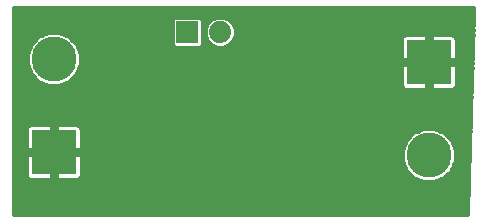
<source format=gbl>
G75*
%MOIN*%
%OFA0B0*%
%FSLAX25Y25*%
%IPPOS*%
%LPD*%
%AMOC8*
5,1,8,0,0,1.08239X$1,22.5*
%
%ADD10R,0.15000X0.15000*%
%ADD11C,0.15000*%
%ADD12R,0.07400X0.07400*%
%ADD13C,0.07400*%
%ADD14C,0.01600*%
D10*
X0063250Y0029700D03*
X0188250Y0059700D03*
D11*
X0188250Y0028653D03*
X0063250Y0060747D03*
D12*
X0107750Y0069700D03*
D13*
X0118750Y0069700D03*
D14*
X0050034Y0077876D02*
X0050034Y0008984D01*
X0200969Y0008984D01*
X0203191Y0077876D01*
X0050034Y0077876D01*
X0050034Y0076837D02*
X0203158Y0076837D01*
X0203106Y0075239D02*
X0050034Y0075239D01*
X0050034Y0073640D02*
X0102541Y0073640D01*
X0102541Y0074025D02*
X0102541Y0065375D01*
X0103425Y0064491D01*
X0112075Y0064491D01*
X0112959Y0065375D01*
X0112959Y0074025D01*
X0112075Y0074909D01*
X0103425Y0074909D01*
X0102541Y0074025D01*
X0102541Y0072042D02*
X0050034Y0072042D01*
X0050034Y0070443D02*
X0102541Y0070443D01*
X0102541Y0068845D02*
X0067240Y0068845D01*
X0068353Y0068384D02*
X0065042Y0069755D01*
X0061458Y0069755D01*
X0058147Y0068384D01*
X0055613Y0065850D01*
X0054241Y0062539D01*
X0054241Y0058955D01*
X0055613Y0055644D01*
X0058147Y0053110D01*
X0061458Y0051738D01*
X0065042Y0051738D01*
X0068353Y0053110D01*
X0070887Y0055644D01*
X0072259Y0058955D01*
X0072259Y0062539D01*
X0070887Y0065850D01*
X0068353Y0068384D01*
X0069491Y0067246D02*
X0102541Y0067246D01*
X0102541Y0065648D02*
X0070971Y0065648D01*
X0071633Y0064049D02*
X0178950Y0064049D01*
X0178950Y0062451D02*
X0072259Y0062451D01*
X0072259Y0060852D02*
X0178950Y0060852D01*
X0178950Y0060400D02*
X0187550Y0060400D01*
X0187550Y0069000D01*
X0180513Y0069000D01*
X0180055Y0068877D01*
X0179645Y0068640D01*
X0179310Y0068305D01*
X0179073Y0067895D01*
X0178950Y0067437D01*
X0178950Y0060400D01*
X0178950Y0059000D02*
X0178950Y0051963D01*
X0179073Y0051505D01*
X0179310Y0051095D01*
X0179645Y0050760D01*
X0180055Y0050523D01*
X0180513Y0050400D01*
X0187550Y0050400D01*
X0187550Y0059000D01*
X0188950Y0059000D01*
X0188950Y0060400D01*
X0197550Y0060400D01*
X0197550Y0067437D01*
X0197427Y0067895D01*
X0197190Y0068305D01*
X0196855Y0068640D01*
X0196445Y0068877D01*
X0195987Y0069000D01*
X0188950Y0069000D01*
X0188950Y0060400D01*
X0187550Y0060400D01*
X0187550Y0059000D01*
X0178950Y0059000D01*
X0178950Y0057655D02*
X0071720Y0057655D01*
X0072259Y0059254D02*
X0187550Y0059254D01*
X0188950Y0059254D02*
X0202590Y0059254D01*
X0197550Y0059000D02*
X0188950Y0059000D01*
X0188950Y0050400D01*
X0195987Y0050400D01*
X0196445Y0050523D01*
X0196855Y0050760D01*
X0197190Y0051095D01*
X0197427Y0051505D01*
X0197550Y0051963D01*
X0197550Y0059000D01*
X0197550Y0057655D02*
X0202539Y0057655D01*
X0202487Y0056057D02*
X0197550Y0056057D01*
X0197550Y0054458D02*
X0202436Y0054458D01*
X0202384Y0052860D02*
X0197550Y0052860D01*
X0197286Y0051261D02*
X0202333Y0051261D01*
X0202281Y0049663D02*
X0050034Y0049663D01*
X0050034Y0051261D02*
X0179213Y0051261D01*
X0178950Y0052860D02*
X0067750Y0052860D01*
X0069702Y0054458D02*
X0178950Y0054458D01*
X0178950Y0056057D02*
X0071058Y0056057D01*
X0058750Y0052860D02*
X0050034Y0052860D01*
X0050034Y0054458D02*
X0056798Y0054458D01*
X0055442Y0056057D02*
X0050034Y0056057D01*
X0050034Y0057655D02*
X0054780Y0057655D01*
X0054241Y0059254D02*
X0050034Y0059254D01*
X0050034Y0060852D02*
X0054241Y0060852D01*
X0054241Y0062451D02*
X0050034Y0062451D01*
X0050034Y0064049D02*
X0054867Y0064049D01*
X0055529Y0065648D02*
X0050034Y0065648D01*
X0050034Y0067246D02*
X0057009Y0067246D01*
X0059260Y0068845D02*
X0050034Y0068845D01*
X0112959Y0068845D02*
X0113541Y0068845D01*
X0113541Y0068664D02*
X0114334Y0066750D01*
X0115800Y0065284D01*
X0117714Y0064491D01*
X0119786Y0064491D01*
X0121700Y0065284D01*
X0123166Y0066750D01*
X0123959Y0068664D01*
X0123959Y0070736D01*
X0123166Y0072650D01*
X0121700Y0074116D01*
X0119786Y0074909D01*
X0117714Y0074909D01*
X0115800Y0074116D01*
X0114334Y0072650D01*
X0113541Y0070736D01*
X0113541Y0068664D01*
X0112959Y0067246D02*
X0114128Y0067246D01*
X0112959Y0065648D02*
X0115436Y0065648D01*
X0122064Y0065648D02*
X0178950Y0065648D01*
X0178950Y0067246D02*
X0123371Y0067246D01*
X0123959Y0068845D02*
X0179999Y0068845D01*
X0187550Y0068845D02*
X0188950Y0068845D01*
X0188950Y0067246D02*
X0187550Y0067246D01*
X0187550Y0065648D02*
X0188950Y0065648D01*
X0188950Y0064049D02*
X0187550Y0064049D01*
X0187550Y0062451D02*
X0188950Y0062451D01*
X0188950Y0060852D02*
X0187550Y0060852D01*
X0187550Y0057655D02*
X0188950Y0057655D01*
X0188950Y0056057D02*
X0187550Y0056057D01*
X0187550Y0054458D02*
X0188950Y0054458D01*
X0188950Y0052860D02*
X0187550Y0052860D01*
X0187550Y0051261D02*
X0188950Y0051261D01*
X0202229Y0048064D02*
X0050034Y0048064D01*
X0050034Y0046466D02*
X0202178Y0046466D01*
X0202126Y0044867D02*
X0050034Y0044867D01*
X0050034Y0043269D02*
X0202075Y0043269D01*
X0202023Y0041670D02*
X0050034Y0041670D01*
X0050034Y0040072D02*
X0201972Y0040072D01*
X0201920Y0038473D02*
X0072022Y0038473D01*
X0071855Y0038640D02*
X0071445Y0038877D01*
X0070987Y0039000D01*
X0063950Y0039000D01*
X0063950Y0030400D01*
X0062550Y0030400D01*
X0062550Y0039000D01*
X0055513Y0039000D01*
X0055055Y0038877D01*
X0054645Y0038640D01*
X0054310Y0038305D01*
X0054073Y0037895D01*
X0053950Y0037437D01*
X0053950Y0030400D01*
X0062550Y0030400D01*
X0062550Y0029000D01*
X0053950Y0029000D01*
X0053950Y0021963D01*
X0054073Y0021505D01*
X0054310Y0021095D01*
X0054645Y0020760D01*
X0055055Y0020523D01*
X0055513Y0020400D01*
X0062550Y0020400D01*
X0062550Y0029000D01*
X0063950Y0029000D01*
X0063950Y0030400D01*
X0072550Y0030400D01*
X0072550Y0037437D01*
X0072427Y0037895D01*
X0072190Y0038305D01*
X0071855Y0038640D01*
X0072550Y0036875D02*
X0184558Y0036875D01*
X0183147Y0036290D02*
X0180613Y0033756D01*
X0179241Y0030445D01*
X0179241Y0026861D01*
X0180613Y0023550D01*
X0183147Y0021016D01*
X0186458Y0019644D01*
X0190042Y0019644D01*
X0193353Y0021016D01*
X0195887Y0023550D01*
X0197259Y0026861D01*
X0197259Y0030445D01*
X0195887Y0033756D01*
X0193353Y0036290D01*
X0190042Y0037662D01*
X0186458Y0037662D01*
X0183147Y0036290D01*
X0182133Y0035276D02*
X0072550Y0035276D01*
X0072550Y0033678D02*
X0180580Y0033678D01*
X0179918Y0032079D02*
X0072550Y0032079D01*
X0072550Y0030481D02*
X0179256Y0030481D01*
X0179241Y0028882D02*
X0072550Y0028882D01*
X0072550Y0029000D02*
X0063950Y0029000D01*
X0063950Y0020400D01*
X0070987Y0020400D01*
X0071445Y0020523D01*
X0071855Y0020760D01*
X0072190Y0021095D01*
X0072427Y0021505D01*
X0072550Y0021963D01*
X0072550Y0029000D01*
X0072550Y0027284D02*
X0179241Y0027284D01*
X0179728Y0025685D02*
X0072550Y0025685D01*
X0072550Y0024087D02*
X0180391Y0024087D01*
X0181675Y0022488D02*
X0072550Y0022488D01*
X0071985Y0020890D02*
X0183452Y0020890D01*
X0193048Y0020890D02*
X0201353Y0020890D01*
X0201404Y0022488D02*
X0194825Y0022488D01*
X0196109Y0024087D02*
X0201456Y0024087D01*
X0201508Y0025685D02*
X0196771Y0025685D01*
X0197259Y0027284D02*
X0201559Y0027284D01*
X0201611Y0028882D02*
X0197259Y0028882D01*
X0197244Y0030481D02*
X0201662Y0030481D01*
X0201714Y0032079D02*
X0196582Y0032079D01*
X0195920Y0033678D02*
X0201765Y0033678D01*
X0201817Y0035276D02*
X0194367Y0035276D01*
X0191942Y0036875D02*
X0201869Y0036875D01*
X0201301Y0019291D02*
X0050034Y0019291D01*
X0050034Y0017693D02*
X0201250Y0017693D01*
X0201198Y0016094D02*
X0050034Y0016094D01*
X0050034Y0014496D02*
X0201147Y0014496D01*
X0201095Y0012897D02*
X0050034Y0012897D01*
X0050034Y0011299D02*
X0201043Y0011299D01*
X0200992Y0009700D02*
X0050034Y0009700D01*
X0050034Y0020890D02*
X0054515Y0020890D01*
X0053950Y0022488D02*
X0050034Y0022488D01*
X0050034Y0024087D02*
X0053950Y0024087D01*
X0053950Y0025685D02*
X0050034Y0025685D01*
X0050034Y0027284D02*
X0053950Y0027284D01*
X0053950Y0028882D02*
X0050034Y0028882D01*
X0050034Y0030481D02*
X0053950Y0030481D01*
X0053950Y0032079D02*
X0050034Y0032079D01*
X0050034Y0033678D02*
X0053950Y0033678D01*
X0053950Y0035276D02*
X0050034Y0035276D01*
X0050034Y0036875D02*
X0053950Y0036875D01*
X0054478Y0038473D02*
X0050034Y0038473D01*
X0062550Y0038473D02*
X0063950Y0038473D01*
X0063950Y0036875D02*
X0062550Y0036875D01*
X0062550Y0035276D02*
X0063950Y0035276D01*
X0063950Y0033678D02*
X0062550Y0033678D01*
X0062550Y0032079D02*
X0063950Y0032079D01*
X0063950Y0030481D02*
X0062550Y0030481D01*
X0062550Y0028882D02*
X0063950Y0028882D01*
X0063950Y0027284D02*
X0062550Y0027284D01*
X0062550Y0025685D02*
X0063950Y0025685D01*
X0063950Y0024087D02*
X0062550Y0024087D01*
X0062550Y0022488D02*
X0063950Y0022488D01*
X0063950Y0020890D02*
X0062550Y0020890D01*
X0197550Y0060852D02*
X0202642Y0060852D01*
X0202694Y0062451D02*
X0197550Y0062451D01*
X0197550Y0064049D02*
X0202745Y0064049D01*
X0202797Y0065648D02*
X0197550Y0065648D01*
X0197550Y0067246D02*
X0202848Y0067246D01*
X0202900Y0068845D02*
X0196501Y0068845D01*
X0202951Y0070443D02*
X0123959Y0070443D01*
X0123418Y0072042D02*
X0203003Y0072042D01*
X0203055Y0073640D02*
X0122176Y0073640D01*
X0115324Y0073640D02*
X0112959Y0073640D01*
X0112959Y0072042D02*
X0114082Y0072042D01*
X0113541Y0070443D02*
X0112959Y0070443D01*
M02*

</source>
